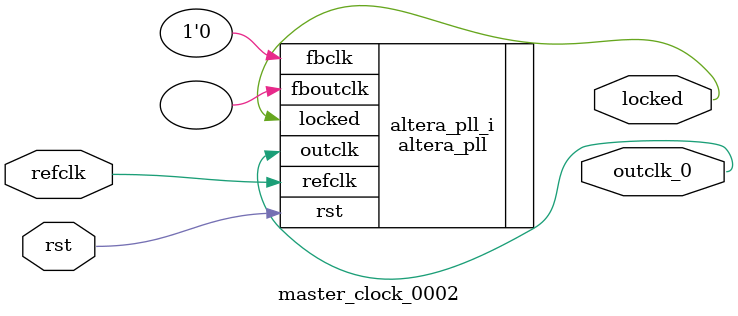
<source format=v>
`timescale 1ns/10ps
module  master_clock_0002(

	// interface 'refclk'
	input wire refclk,

	// interface 'reset'
	input wire rst,

	// interface 'outclk0'
	output wire outclk_0,

	// interface 'locked'
	output wire locked
);

	altera_pll #(
		.fractional_vco_multiplier("false"),
		.reference_clock_frequency("22.0 MHz"),
		.operation_mode("normal"),
		.number_of_clocks(1),
		.output_clock_frequency0("22.000000 MHz"),
		.phase_shift0("0 ps"),
		.duty_cycle0(50),
		.output_clock_frequency1("0 MHz"),
		.phase_shift1("0 ps"),
		.duty_cycle1(50),
		.output_clock_frequency2("0 MHz"),
		.phase_shift2("0 ps"),
		.duty_cycle2(50),
		.output_clock_frequency3("0 MHz"),
		.phase_shift3("0 ps"),
		.duty_cycle3(50),
		.output_clock_frequency4("0 MHz"),
		.phase_shift4("0 ps"),
		.duty_cycle4(50),
		.output_clock_frequency5("0 MHz"),
		.phase_shift5("0 ps"),
		.duty_cycle5(50),
		.output_clock_frequency6("0 MHz"),
		.phase_shift6("0 ps"),
		.duty_cycle6(50),
		.output_clock_frequency7("0 MHz"),
		.phase_shift7("0 ps"),
		.duty_cycle7(50),
		.output_clock_frequency8("0 MHz"),
		.phase_shift8("0 ps"),
		.duty_cycle8(50),
		.output_clock_frequency9("0 MHz"),
		.phase_shift9("0 ps"),
		.duty_cycle9(50),
		.output_clock_frequency10("0 MHz"),
		.phase_shift10("0 ps"),
		.duty_cycle10(50),
		.output_clock_frequency11("0 MHz"),
		.phase_shift11("0 ps"),
		.duty_cycle11(50),
		.output_clock_frequency12("0 MHz"),
		.phase_shift12("0 ps"),
		.duty_cycle12(50),
		.output_clock_frequency13("0 MHz"),
		.phase_shift13("0 ps"),
		.duty_cycle13(50),
		.output_clock_frequency14("0 MHz"),
		.phase_shift14("0 ps"),
		.duty_cycle14(50),
		.output_clock_frequency15("0 MHz"),
		.phase_shift15("0 ps"),
		.duty_cycle15(50),
		.output_clock_frequency16("0 MHz"),
		.phase_shift16("0 ps"),
		.duty_cycle16(50),
		.output_clock_frequency17("0 MHz"),
		.phase_shift17("0 ps"),
		.duty_cycle17(50),
		.pll_type("General"),
		.pll_subtype("General")
	) altera_pll_i (
		.rst	(rst),
		.outclk	({outclk_0}),
		.locked	(locked),
		.fboutclk	( ),
		.fbclk	(1'b0),
		.refclk	(refclk)
	);
endmodule


</source>
